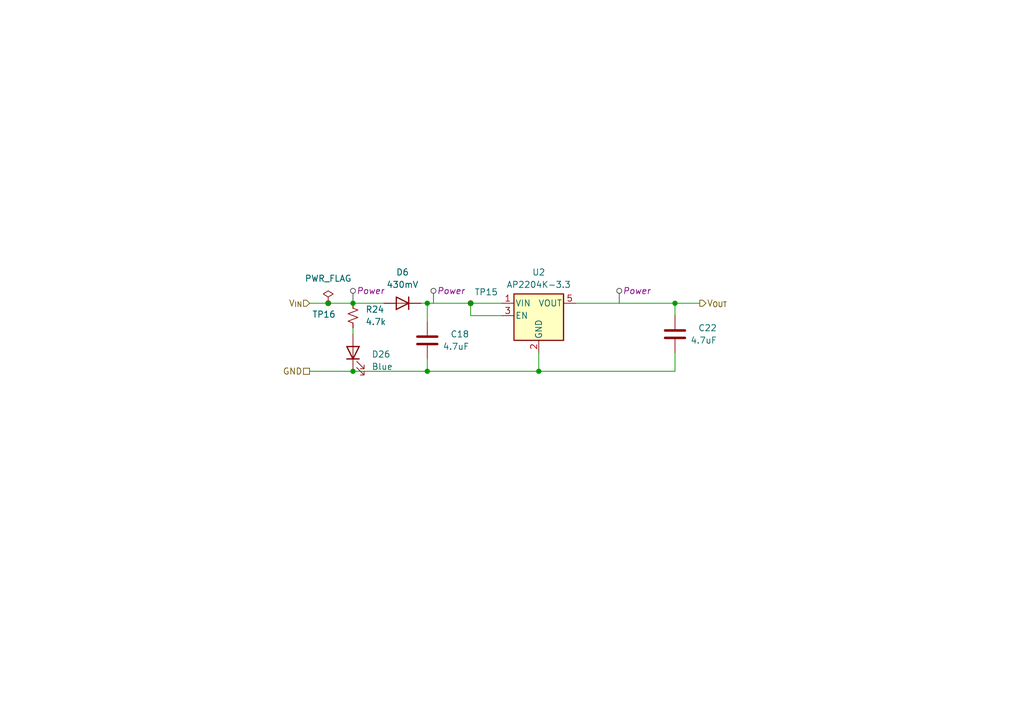
<source format=kicad_sch>
(kicad_sch (version 20231120) (generator "eeschema") (generator_version "8.0")
  (paper "A5")
  (title_block (title "3.3 Volt Supply") (date "2024-04-07") (rev "0.1") (comment 1 "Author: Orion Serup") (comment 2 "https://github.com/orionserup/OpenMC"))
  (lib_symbols
    (symbol "OpenMC:C" (pin_numbers hide) (pin_names (offset 0.254))
      (property "Reference" "C" (at 0.635 2.54 0))
      (property "Value" "C" (at 0.635 -2.54 0))
      (symbol "C_0_1"
        (polyline (pts (xy -2.032 -0.762) (xy 2.032 -0.762)) (stroke (width 0.508)))
        (polyline (pts (xy -2.032 0.762) (xy 2.032 0.762)) (stroke (width 0.508)))
      )
      (symbol "C_1_1"
        (pin passive line (at 0 3.81 270) (length 2.794) (name "~") (number "1"))
        (pin passive line (at 0 -3.81 90) (length 2.794) (name "~") (number "2"))
      )
    )
    (symbol "OpenMC:D" (pin_numbers hide) (pin_names (offset 1.016) hide)
      (property "Reference" "D" (at 0 2.54 0))
      (property "Value" "D" (at 0 -2.54 0))
      (symbol "D_0_1"
        (polyline (pts (xy -1.27 1.27) (xy -1.27 -1.27)) (stroke (width 0.254)))
        (polyline (pts (xy 1.27 0) (xy -1.27 0)))
        (polyline (pts (xy 1.27 1.27) (xy 1.27 -1.27) (xy -1.27 0) (xy 1.27 1.27)) (stroke (width 0.254)))
      )
      (symbol "D_1_1"
        (pin passive line (at -3.81 0 0) (length 2.54) (name "K") (number "1"))
        (pin passive line (at 3.81 0 180) (length 2.54) (name "A") (number "2"))
      )
    )
    (symbol "OpenMC:LED" (pin_numbers hide) (pin_names (offset 1.016) hide)
      (property "Reference" "D" (at 0 2.54 0))
      (property "Value" "LED" (at 0 -2.54 0))
      (symbol "LED_0_1"
        (polyline (pts (xy -1.27 -1.27) (xy -1.27 1.27)) (stroke (width 0.254)))
        (polyline (pts (xy -1.27 0) (xy 1.27 0)))
        (polyline (pts (xy 1.27 -1.27) (xy 1.27 1.27) (xy -1.27 0) (xy 1.27 -1.27)) (stroke (width 0.254)))
        (polyline (pts (xy -3.048 -0.762) (xy -4.572 -2.286) (xy -3.81 -2.286) (xy -4.572 -2.286) (xy -4.572 -1.524)))
        (polyline (pts (xy -1.778 -0.762) (xy -3.302 -2.286) (xy -2.54 -2.286) (xy -3.302 -2.286) (xy -3.302 -1.524)))
      )
      (symbol "LED_1_1"
        (pin passive line (at -3.81 0 0) (length 2.54) (name "K") (number "1"))
        (pin passive line (at 3.81 0 180) (length 2.54) (name "A") (number "2"))
      )
    )
    (symbol "OpenMC:R_Small_US" (pin_numbers hide) (pin_names (offset 0.254) hide)
      (property "Reference" "R" (at 0.762 0.508 0))
      (property "Value" "R_Small_US" (at 0.762 -1.016 0))
      (symbol "R_Small_US_1_1"
        (polyline (pts (xy 0 0) (xy 1.016 -0.381) (xy 0 -0.762) (xy -1.016 -1.143) (xy 0 -1.524)))
        (polyline (pts (xy 0 1.524) (xy 1.016 1.143) (xy 0 0.762) (xy -1.016 0.381) (xy 0 0)))
        (pin passive line (at 0 2.54 270) (length 1.016) (name "~") (number "1"))
        (pin passive line (at 0 -2.54 90) (length 1.016) (name "~") (number "2"))
      )
    )
    (symbol "OpenMC:TestPoint_Small" (pin_numbers hide) (pin_names (offset 0.762) hide)
      (property "Reference" "TP" (at 0 3.81 0))
      (property "Value" "TestPoint_Small" (at 0 2.032 0))
      (symbol "TestPoint_Small_0_1"
        (circle (center 0 0) (radius 0.508))
      )
      (symbol "TestPoint_Small_1_1"
        (pin passive line (at 0 0 90) (length 0) (name "1") (number "1"))
      )
    )
    (symbol "Regulator_Linear:AP2204K-3.3" (pin_names (offset 0.254))
      (property "Reference" "U" (at -5.08 5.715 0))
      (property "Value" "AP2204K-3.3" (at 0 5.715 0))
      (symbol "AP2204K-3.3_0_1"
        (rectangle (start -5.08 4.445) (end 5.08 -5.08) (stroke (width 0.254)) (fill (type background)))
      )
      (symbol "AP2204K-3.3_1_1"
        (pin power_in line (at -7.62 2.54 0) (length 2.54) (name "VIN") (number "1"))
        (pin power_in line (at 0 -7.62 90) (length 2.54) (name "GND") (number "2"))
        (pin input line (at -7.62 0 0) (length 2.54) (name "EN") (number "3"))
        (pin no_connect line (at 5.08 0 180) (length 2.54) hide (name "NC") (number "4"))
        (pin power_out line (at 7.62 2.54 180) (length 2.54) (name "VOUT") (number "5"))
      )
    )
    (symbol "power:PWR_FLAG" (power) (pin_numbers hide) (pin_names (offset 0) hide)
      (property "Value" "PWR_FLAG" (at 0 3.81 0))
      (symbol "PWR_FLAG_0_0"
        (pin power_out line (at 0 0 90) (length 0) (name "~") (number "1"))
      )
      (symbol "PWR_FLAG_0_1"
        (polyline (pts (xy 0 0) (xy 0 1.27) (xy -1.016 1.905) (xy 0 2.54) (xy 1.016 1.905) (xy 0 1.27)))
      )
    )
  )
  (junction (at 72.39 62.23))
  (junction (at 110.49 76.2))
  (junction (at 72.39 76.2))
  (junction (at 138.43 62.23))
  (junction (at 67.31 62.23))
  (junction (at 87.63 62.23))
  (junction (at 96.52 62.23))
  (junction (at 87.63 76.2))
  (wire (pts (xy 87.63 62.23) (xy 87.63 66.04)))
  (wire (pts (xy 72.39 62.23) (xy 78.74 62.23)))
  (wire (pts (xy 110.49 76.2) (xy 138.43 76.2)))
  (wire (pts (xy 86.36 62.23) (xy 87.63 62.23)))
  (wire (pts (xy 110.49 76.2) (xy 87.63 76.2)))
  (wire (pts (xy 63.5 62.23) (xy 67.31 62.23)))
  (wire (pts (xy 118.11 62.23) (xy 138.43 62.23)))
  (wire (pts (xy 67.31 62.23) (xy 72.39 62.23)))
  (wire (pts (xy 96.52 62.23) (xy 102.87 62.23)))
  (wire (pts (xy 110.49 72.39) (xy 110.49 76.2)))
  (wire (pts (xy 96.52 64.77) (xy 102.87 64.77)))
  (wire (pts (xy 87.63 62.23) (xy 96.52 62.23)))
  (wire (pts (xy 96.52 62.23) (xy 96.52 64.77)))
  (wire (pts (xy 138.43 72.39) (xy 138.43 76.2)))
  (wire (pts (xy 138.43 62.23) (xy 143.51 62.23)))
  (wire (pts (xy 138.43 62.23) (xy 138.43 64.77)))
  (wire (pts (xy 72.39 67.31) (xy 72.39 68.58)))
  (wire (pts (xy 87.63 73.66) (xy 87.63 76.2)))
  (wire (pts (xy 72.39 76.2) (xy 87.63 76.2)))
  (wire (pts (xy 63.5 76.2) (xy 72.39 76.2)))
  (hierarchical_label "V_{IN}" (shape input) (at 63.5 62.23 180))
  (hierarchical_label "V_{OUT}" (shape output) (at 143.51 62.23 0))
  (hierarchical_label "GND" (shape passive) (at 63.5 76.2 180))
  (netclass_flag "" (length 2.54) (shape round) (at 127 62.23 0) (property "Netclass" "Power" (at 127.6985 59.69 0) (effects (font (italic yes)) (justify left))))
  (netclass_flag "" (length 2.54) (shape round) (at 88.9 62.23 0) (property "Netclass" "Power" (at 89.5985 59.69 0) (effects (font (italic yes)) (justify left))))
  (netclass_flag "" (length 2.54) (shape round) (at 72.39 62.23 0) (property "Netclass" "Power" (at 73.0885 59.69 0) (effects (font (italic yes)) (justify left))))
  (symbol (lib_id "OpenMC:LED") (at 72.39 72.39 90) (unit 1)
    (property "Reference" "D26" (at 76.2 72.7074 90) (effects (justify right)))
    (property "Value" "Blue" (at 76.2 75.2474 90) (effects (justify right)))
    (property "Footprint" "LED_SMD:LED_0603_1608Metric" (effects (hide yes)))
    (property "Description" "Light emitting diode" (effects (hide yes)))
    (property "MPN" "VLMB1300-GS08" (effects (hide yes)))
  )
  (symbol (lib_id "power:PWR_FLAG") (at 67.31 62.23 0) (unit 1)
    (property "Reference" "#FLG02" (effects (hide yes)))
    (property "Value" "PWR_FLAG" (at 67.31 57.15 0))
    (property "Description" "Special symbol for telling ERC where power comes from" (effects (hide yes)))
  )
  (symbol (lib_id "OpenMC:TestPoint_Small") (at 67.31 62.23 0) (unit 1) (in_bom no)
    (property "Reference" "TP16" (at 64.008 64.516 0) (effects (justify left)))
    (property "Value" "${SHORT_NET_NAME(1)}" (effects (hide yes)))
    (property "Footprint" "TestPoint:TestPoint_Pad_D1.0mm" (effects (hide yes)))
    (property "Description" "test point" (effects (hide yes)))
  )
  (symbol (lib_id "OpenMC:R_Small_US") (at 72.39 64.77 0) (unit 1)
    (property "Reference" "R24" (at 74.93 63.4999 0) (effects (justify left)))
    (property "Value" "4.7k" (at 74.93 66.0399 0) (effects (justify left)))
    (property "Footprint" "Resistor_SMD:R_0603_1608Metric" (effects (hide yes)))
    (property "Description" "Resistor, small US symbol" (effects (hide yes)))
    (property "MPN" "CR0603-FX-4701ELF" (effects (hide yes)))
  )
  (symbol (lib_id "OpenMC:D") (at 82.55 62.23 180) (unit 1)
    (property "Reference" "D6" (at 82.55 55.88 0))
    (property "Value" "430mV" (at 82.55 58.42 0))
    (property "Footprint" "Diode_SMD:D_0603_1608Metric" (effects (hide yes)))
    (property "Description" "Diode" (effects (hide yes)))
    (property "Sim.Device" "D" (effects (hide yes)))
    (property "Sim.Pins" "1=K 2=A" (effects (hide yes)))
    (property "MPN" "CD0603-B0340R" (effects (hide yes)))
  )
  (symbol (lib_id "OpenMC:C") (at 87.63 69.85 0) (mirror y) (unit 1)
    (property "Reference" "C18" (at 96.266 68.58 0) (effects (justify left)))
    (property "Value" "4.7uF" (at 96.266 71.12 0) (effects (justify left)))
    (property "Footprint" "Capacitor_SMD:C_0603_1608Metric" (effects (hide yes)))
    (property "Description" "Unpolarized capacitor" (effects (hide yes)))
    (property "MPN" "CC0603ZRY5V5BB475" (effects (hide yes)))
  )
  (symbol (lib_id "Regulator_Linear:AP2204K-3.3") (at 110.49 64.77 0) (unit 1)
    (property "Reference" "U2" (at 110.49 55.88 0))
    (property "Value" "AP2204K-3.3" (at 110.49 58.42 0))
    (property "Footprint" "Package_TO_SOT_SMD:SOT-23-5" (effects (hide yes)))
    (property "Datasheet" "https://www.diodes.com/assets/Datasheets/AP2204.pdf" (effects (hide yes)))
    (property "Description" "150mA low dropout linear regulator, wide input voltage range, 3.3V fixed positive output, SOT-23-5" (effects (hide yes)))
    (property "MPN" "AP2204K-3.3TRG1" (effects (hide yes)))
  )
  (symbol (lib_id "OpenMC:C") (at 138.43 68.58 0) (mirror y) (unit 1)
    (property "Reference" "C22" (at 147.066 67.31 0) (effects (justify left)))
    (property "Value" "4.7uF" (at 147.066 69.85 0) (effects (justify left)))
    (property "Footprint" "Capacitor_SMD:C_0603_1608Metric" (effects (hide yes)))
    (property "Description" "Unpolarized capacitor" (effects (hide yes)))
    (property "MPN" "CC0603ZRY5V5BB475" (effects (hide yes)))
  )
  (symbol (lib_id "OpenMC:TestPoint_Small") (at 96.52 62.23 0) (mirror x) (unit 1) (in_bom no)
    (property "Reference" "TP15" (at 97.282 59.944 0) (effects (justify left)))
    (property "Value" "${SHORT_NET_NAME(1)}" (effects (hide yes)))
    (property "Footprint" "TestPoint:TestPoint_Pad_D1.0mm" (effects (hide yes)))
    (property "Description" "test point" (effects (hide yes)))
  )
)
</source>
